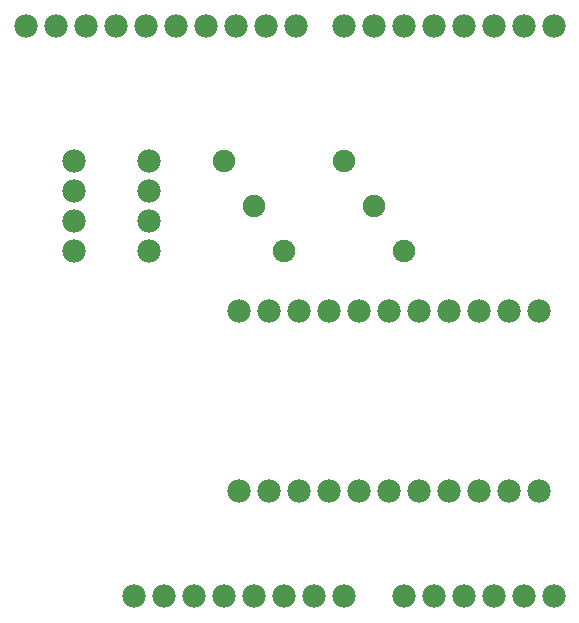
<source format=gtl>
G04 MADE WITH FRITZING*
G04 WWW.FRITZING.ORG*
G04 DOUBLE SIDED*
G04 HOLES PLATED*
G04 CONTOUR ON CENTER OF CONTOUR VECTOR*
%ASAXBY*%
%FSLAX23Y23*%
%MOIN*%
%OFA0B0*%
%SFA1.0B1.0*%
%ADD10C,0.078000*%
%ADD11C,0.075000*%
%LNCOPPER1*%
G90*
G70*
G54D10*
X968Y1996D03*
X868Y1996D03*
X768Y1996D03*
X668Y1996D03*
X568Y1996D03*
X468Y1996D03*
X368Y1996D03*
X268Y1996D03*
X168Y1996D03*
X68Y1996D03*
X1129Y96D03*
X1029Y96D03*
X929Y96D03*
X829Y96D03*
X729Y96D03*
X629Y96D03*
X529Y96D03*
X429Y96D03*
X1829Y96D03*
X1729Y96D03*
X1629Y96D03*
X1529Y96D03*
X1429Y96D03*
X1329Y96D03*
X1829Y1996D03*
X1729Y1996D03*
X1629Y1996D03*
X1529Y1996D03*
X1429Y1996D03*
X1329Y1996D03*
X1229Y1996D03*
X1129Y1996D03*
X1779Y446D03*
X1679Y446D03*
X1579Y446D03*
X1479Y446D03*
X1379Y446D03*
X1279Y446D03*
X1179Y446D03*
X1079Y446D03*
X979Y446D03*
X879Y446D03*
X779Y446D03*
X1779Y1046D03*
X1679Y1046D03*
X1579Y1046D03*
X1479Y1046D03*
X1379Y1046D03*
X1279Y1046D03*
X1179Y1046D03*
X1079Y1046D03*
X979Y1046D03*
X879Y1046D03*
X779Y1046D03*
G54D11*
X1329Y1246D03*
X929Y1246D03*
X1229Y1396D03*
X829Y1396D03*
X1129Y1546D03*
X729Y1546D03*
G54D10*
X229Y1246D03*
X229Y1346D03*
X229Y1446D03*
X229Y1546D03*
X479Y1246D03*
X479Y1346D03*
X479Y1446D03*
X479Y1546D03*
G04 End of Copper1*
M02*
</source>
